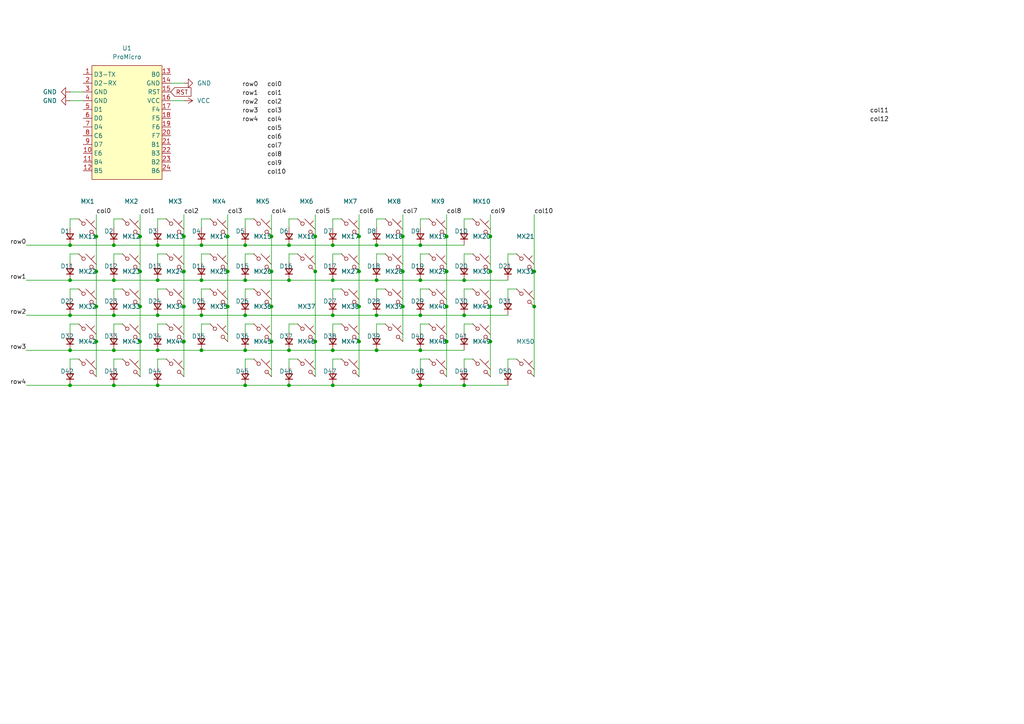
<source format=kicad_sch>
(kicad_sch (version 20231120) (generator "eeschema") (generator_version "8.0")
  (paper "A4")
  (junction (at 104.14 99.06))
  (junction (at 104.14 88.9))
  (junction (at 142.24 88.9))
  (junction (at 71.12 71.12))
  (junction (at 134.62 81.28))
  (junction (at 134.62 111.76))
  (junction (at 40.64 99.06))
  (junction (at 109.22 71.12))
  (junction (at 33.02 111.76))
  (junction (at 71.12 101.6))
  (junction (at 142.24 68.58))
  (junction (at 96.52 111.76))
  (junction (at 20.32 101.6))
  (junction (at 91.44 68.58))
  (junction (at 27.94 88.9))
  (junction (at 40.64 78.74))
  (junction (at 58.42 71.12))
  (junction (at 66.04 68.58))
  (junction (at 45.72 91.44))
  (junction (at 129.54 88.9))
  (junction (at 58.42 101.6))
  (junction (at 27.94 68.58))
  (junction (at 129.54 78.74))
  (junction (at 33.02 91.44))
  (junction (at 129.54 99.06))
  (junction (at 109.22 101.6))
  (junction (at 154.94 78.74))
  (junction (at 83.82 111.76))
  (junction (at 83.82 71.12))
  (junction (at 20.32 71.12))
  (junction (at 33.02 101.6))
  (junction (at 142.24 78.74))
  (junction (at 45.72 71.12))
  (junction (at 104.14 78.74))
  (junction (at 121.92 91.44))
  (junction (at 134.62 91.44))
  (junction (at 45.72 101.6))
  (junction (at 27.94 78.74))
  (junction (at 78.74 88.9))
  (junction (at 121.92 71.12))
  (junction (at 58.42 91.44))
  (junction (at 71.12 111.76))
  (junction (at 116.84 68.58))
  (junction (at 121.92 111.76))
  (junction (at 78.74 78.74))
  (junction (at 78.74 68.58))
  (junction (at 45.72 81.28))
  (junction (at 96.52 81.28))
  (junction (at 142.24 99.06))
  (junction (at 91.44 78.74))
  (junction (at 53.34 88.9))
  (junction (at 53.34 78.74))
  (junction (at 45.72 111.76))
  (junction (at 109.22 91.44))
  (junction (at 27.94 99.06))
  (junction (at 104.14 68.58))
  (junction (at 96.52 71.12))
  (junction (at 96.52 101.6))
  (junction (at 116.84 88.9))
  (junction (at 40.64 68.58))
  (junction (at 96.52 91.44))
  (junction (at 154.94 88.9))
  (junction (at 53.34 68.58))
  (junction (at 20.32 81.28))
  (junction (at 20.32 111.76))
  (junction (at 121.92 101.6))
  (junction (at 53.34 99.06))
  (junction (at 66.04 78.74))
  (junction (at 91.44 99.06))
  (junction (at 71.12 91.44))
  (junction (at 20.32 91.44))
  (junction (at 58.42 81.28))
  (junction (at 71.12 81.28))
  (junction (at 129.54 68.58))
  (junction (at 116.84 78.74))
  (junction (at 33.02 71.12))
  (junction (at 66.04 88.9))
  (junction (at 109.22 81.28))
  (junction (at 83.82 81.28))
  (junction (at 121.92 81.28))
  (junction (at 40.64 88.9))
  (junction (at 83.82 101.6))
  (junction (at 33.02 81.28))
  (junction (at 78.74 99.06))
  (wire (pts (xy 20.32 86.36) (xy 20.32 83.82)))
  (wire (pts (xy 33.02 71.12) (xy 45.72 71.12)))
  (wire (pts (xy 147.32 86.36) (xy 147.32 83.82)))
  (wire (pts (xy 20.32 63.5) (xy 22.86 63.5)))
  (wire (pts (xy 134.62 63.5) (xy 137.16 63.5)))
  (wire (pts (xy 71.12 66.04) (xy 71.12 63.5)))
  (wire (pts (xy 45.72 66.04) (xy 45.72 63.5)))
  (wire (pts (xy 71.12 86.36) (xy 71.12 83.82)))
  (wire (pts (xy 45.72 83.82) (xy 48.26 83.82)))
  (wire (pts (xy 7.62 71.12) (xy 20.32 71.12)))
  (wire (pts (xy 134.62 104.14) (xy 137.16 104.14)))
  (wire (pts (xy 96.52 111.76) (xy 121.92 111.76)))
  (wire (pts (xy 40.64 99.06) (xy 40.64 109.22)))
  (wire (pts (xy 96.52 91.44) (xy 109.22 91.44)))
  (wire (pts (xy 96.52 101.6) (xy 109.22 101.6)))
  (wire (pts (xy 147.32 83.82) (xy 149.86 83.82)))
  (wire (pts (xy 121.92 66.04) (xy 121.92 63.5)))
  (wire (pts (xy 96.52 104.14) (xy 99.06 104.14)))
  (wire (pts (xy 147.32 76.2) (xy 147.32 73.66)))
  (wire (pts (xy 7.62 81.28) (xy 20.32 81.28)))
  (wire (pts (xy 33.02 91.44) (xy 45.72 91.44)))
  (wire (pts (xy 58.42 73.66) (xy 60.96 73.66)))
  (wire (pts (xy 20.32 71.12) (xy 33.02 71.12)))
  (wire (pts (xy 78.74 88.9) (xy 78.74 99.06)))
  (wire (pts (xy 27.94 68.58) (xy 27.94 78.74)))
  (wire (pts (xy 121.92 111.76) (xy 134.62 111.76)))
  (wire (pts (xy 20.32 104.14) (xy 22.86 104.14)))
  (wire (pts (xy 96.52 86.36) (xy 96.52 83.82)))
  (wire (pts (xy 33.02 83.82) (xy 35.56 83.82)))
  (wire (pts (xy 83.82 101.6) (xy 96.52 101.6)))
  (wire (pts (xy 58.42 76.2) (xy 58.42 73.66)))
  (wire (pts (xy 129.54 68.58) (xy 129.54 78.74)))
  (wire (pts (xy 58.42 93.98) (xy 60.96 93.98)))
  (wire (pts (xy 104.14 78.74) (xy 104.14 88.9)))
  (wire (pts (xy 71.12 81.28) (xy 83.82 81.28)))
  (wire (pts (xy 58.42 86.36) (xy 58.42 83.82)))
  (wire (pts (xy 45.72 106.68) (xy 45.72 104.14)))
  (wire (pts (xy 109.22 73.66) (xy 111.76 73.66)))
  (wire (pts (xy 33.02 81.28) (xy 45.72 81.28)))
  (wire (pts (xy 96.52 96.52) (xy 96.52 93.98)))
  (wire (pts (xy 109.22 91.44) (xy 121.92 91.44)))
  (wire (pts (xy 45.72 96.52) (xy 45.72 93.98)))
  (wire (pts (xy 142.24 68.58) (xy 142.24 78.74)))
  (wire (pts (xy 147.32 104.14) (xy 149.86 104.14)))
  (wire (pts (xy 58.42 63.5) (xy 60.96 63.5)))
  (wire (pts (xy 71.12 76.2) (xy 71.12 73.66)))
  (wire (pts (xy 109.22 71.12) (xy 121.92 71.12)))
  (wire (pts (xy 142.24 62.23) (xy 142.24 68.58)))
  (wire (pts (xy 53.34 78.74) (xy 53.34 88.9)))
  (wire (pts (xy 58.42 66.04) (xy 58.42 63.5)))
  (wire (pts (xy 45.72 111.76) (xy 71.12 111.76)))
  (wire (pts (xy 96.52 106.68) (xy 96.52 104.14)))
  (wire (pts (xy 45.72 93.98) (xy 48.26 93.98)))
  (wire (pts (xy 121.92 71.12) (xy 134.62 71.12)))
  (wire (pts (xy 40.64 78.74) (xy 40.64 88.9)))
  (wire (pts (xy 49.53 29.21) (xy 53.34 29.21)))
  (wire (pts (xy 134.62 81.28) (xy 147.32 81.28)))
  (wire (pts (xy 40.64 68.58) (xy 40.64 78.74)))
  (wire (pts (xy 96.52 63.5) (xy 99.06 63.5)))
  (wire (pts (xy 66.04 62.23) (xy 66.04 68.58)))
  (wire (pts (xy 134.62 111.76) (xy 147.32 111.76)))
  (wire (pts (xy 45.72 86.36) (xy 45.72 83.82)))
  (wire (pts (xy 33.02 86.36) (xy 33.02 83.82)))
  (wire (pts (xy 104.14 62.23) (xy 104.14 68.58)))
  (wire (pts (xy 27.94 88.9) (xy 27.94 99.06)))
  (wire (pts (xy 121.92 93.98) (xy 124.46 93.98)))
  (wire (pts (xy 121.92 96.52) (xy 121.92 93.98)))
  (wire (pts (xy 83.82 76.2) (xy 83.82 73.66)))
  (wire (pts (xy 45.72 73.66) (xy 48.26 73.66)))
  (wire (pts (xy 7.62 101.6) (xy 20.32 101.6)))
  (wire (pts (xy 20.32 83.82) (xy 22.86 83.82)))
  (wire (pts (xy 20.32 111.76) (xy 33.02 111.76)))
  (wire (pts (xy 33.02 63.5) (xy 35.56 63.5)))
  (wire (pts (xy 7.62 111.76) (xy 20.32 111.76)))
  (wire (pts (xy 129.54 88.9) (xy 129.54 99.06)))
  (wire (pts (xy 96.52 71.12) (xy 109.22 71.12)))
  (wire (pts (xy 154.94 62.23) (xy 154.94 78.74)))
  (wire (pts (xy 83.82 73.66) (xy 86.36 73.66)))
  (wire (pts (xy 96.52 73.66) (xy 99.06 73.66)))
  (wire (pts (xy 116.84 68.58) (xy 116.84 78.74)))
  (wire (pts (xy 96.52 81.28) (xy 109.22 81.28)))
  (wire (pts (xy 121.92 81.28) (xy 134.62 81.28)))
  (wire (pts (xy 134.62 76.2) (xy 134.62 73.66)))
  (wire (pts (xy 121.92 83.82) (xy 124.46 83.82)))
  (wire (pts (xy 134.62 83.82) (xy 137.16 83.82)))
  (wire (pts (xy 96.52 76.2) (xy 96.52 73.66)))
  (wire (pts (xy 27.94 99.06) (xy 27.94 109.22)))
  (wire (pts (xy 71.12 83.82) (xy 73.66 83.82)))
  (wire (pts (xy 121.92 91.44) (xy 134.62 91.44)))
  (wire (pts (xy 147.32 73.66) (xy 149.86 73.66)))
  (wire (pts (xy 121.92 101.6) (xy 134.62 101.6)))
  (wire (pts (xy 96.52 93.98) (xy 99.06 93.98)))
  (wire (pts (xy 134.62 106.68) (xy 134.62 104.14)))
  (wire (pts (xy 104.14 68.58) (xy 104.14 78.74)))
  (wire (pts (xy 58.42 101.6) (xy 71.12 101.6)))
  (wire (pts (xy 58.42 96.52) (xy 58.42 93.98)))
  (wire (pts (xy 45.72 91.44) (xy 58.42 91.44)))
  (wire (pts (xy 109.22 66.04) (xy 109.22 63.5)))
  (wire (pts (xy 91.44 62.23) (xy 91.44 68.58)))
  (wire (pts (xy 78.74 78.74) (xy 78.74 88.9)))
  (wire (pts (xy 49.53 24.13) (xy 53.34 24.13)))
  (wire (pts (xy 20.32 73.66) (xy 22.86 73.66)))
  (wire (pts (xy 27.94 62.23) (xy 27.94 68.58)))
  (wire (pts (xy 45.72 81.28) (xy 58.42 81.28)))
  (wire (pts (xy 71.12 111.76) (xy 83.82 111.76)))
  (wire (pts (xy 53.34 68.58) (xy 53.34 78.74)))
  (wire (pts (xy 33.02 106.68) (xy 33.02 104.14)))
  (wire (pts (xy 121.92 106.68) (xy 121.92 104.14)))
  (wire (pts (xy 104.14 88.9) (xy 104.14 99.06)))
  (wire (pts (xy 121.92 104.14) (xy 124.46 104.14)))
  (wire (pts (xy 45.72 104.14) (xy 48.26 104.14)))
  (wire (pts (xy 134.62 66.04) (xy 134.62 63.5)))
  (wire (pts (xy 71.12 63.5) (xy 73.66 63.5)))
  (wire (pts (xy 83.82 66.04) (xy 83.82 63.5)))
  (wire (pts (xy 83.82 106.68) (xy 83.82 104.14)))
  (wire (pts (xy 33.02 76.2) (xy 33.02 73.66)))
  (wire (pts (xy 20.32 26.67) (xy 24.13 26.67)))
  (wire (pts (xy 33.02 104.14) (xy 35.56 104.14)))
  (wire (pts (xy 33.02 73.66) (xy 35.56 73.66)))
  (wire (pts (xy 20.32 76.2) (xy 20.32 73.66)))
  (wire (pts (xy 20.32 66.04) (xy 20.32 63.5)))
  (wire (pts (xy 83.82 63.5) (xy 86.36 63.5)))
  (wire (pts (xy 83.82 104.14) (xy 86.36 104.14)))
  (wire (pts (xy 83.82 81.28) (xy 96.52 81.28)))
  (wire (pts (xy 58.42 71.12) (xy 71.12 71.12)))
  (wire (pts (xy 71.12 101.6) (xy 83.82 101.6)))
  (wire (pts (xy 53.34 88.9) (xy 53.34 99.06)))
  (wire (pts (xy 116.84 62.23) (xy 116.84 68.58)))
  (wire (pts (xy 40.64 88.9) (xy 40.64 99.06)))
  (wire (pts (xy 83.82 96.52) (xy 83.82 93.98)))
  (wire (pts (xy 71.12 71.12) (xy 83.82 71.12)))
  (wire (pts (xy 134.62 96.52) (xy 134.62 93.98)))
  (wire (pts (xy 91.44 68.58) (xy 91.44 78.74)))
  (wire (pts (xy 121.92 73.66) (xy 124.46 73.66)))
  (wire (pts (xy 71.12 104.14) (xy 73.66 104.14)))
  (wire (pts (xy 58.42 83.82) (xy 60.96 83.82)))
  (wire (pts (xy 121.92 76.2) (xy 121.92 73.66)))
  (wire (pts (xy 104.14 99.06) (xy 104.14 109.22)))
  (wire (pts (xy 142.24 99.06) (xy 142.24 109.22)))
  (wire (pts (xy 109.22 93.98) (xy 111.76 93.98)))
  (wire (pts (xy 121.92 86.36) (xy 121.92 83.82)))
  (wire (pts (xy 109.22 81.28) (xy 121.92 81.28)))
  (wire (pts (xy 129.54 62.23) (xy 129.54 68.58)))
  (wire (pts (xy 66.04 78.74) (xy 66.04 88.9)))
  (wire (pts (xy 20.32 81.28) (xy 33.02 81.28)))
  (wire (pts (xy 33.02 66.04) (xy 33.02 63.5)))
  (wire (pts (xy 109.22 101.6) (xy 121.92 101.6)))
  (wire (pts (xy 83.82 71.12) (xy 96.52 71.12)))
  (wire (pts (xy 134.62 91.44) (xy 147.32 91.44)))
  (wire (pts (xy 78.74 99.06) (xy 78.74 109.22)))
  (wire (pts (xy 33.02 93.98) (xy 35.56 93.98)))
  (wire (pts (xy 33.02 101.6) (xy 45.72 101.6)))
  (wire (pts (xy 53.34 99.06) (xy 53.34 109.22)))
  (wire (pts (xy 71.12 96.52) (xy 71.12 93.98)))
  (wire (pts (xy 109.22 86.36) (xy 109.22 83.82)))
  (wire (pts (xy 7.62 91.44) (xy 20.32 91.44)))
  (wire (pts (xy 40.64 62.23) (xy 40.64 68.58)))
  (wire (pts (xy 83.82 111.76) (xy 96.52 111.76)))
  (wire (pts (xy 71.12 73.66) (xy 73.66 73.66)))
  (wire (pts (xy 154.94 88.9) (xy 154.94 109.22)))
  (wire (pts (xy 121.92 63.5) (xy 124.46 63.5)))
  (wire (pts (xy 71.12 91.44) (xy 96.52 91.44)))
  (wire (pts (xy 96.52 83.82) (xy 99.06 83.82)))
  (wire (pts (xy 142.24 88.9) (xy 142.24 99.06)))
  (wire (pts (xy 71.12 106.68) (xy 71.12 104.14)))
  (wire (pts (xy 45.72 71.12) (xy 58.42 71.12)))
  (wire (pts (xy 20.32 29.21) (xy 24.13 29.21)))
  (wire (pts (xy 147.32 106.68) (xy 147.32 104.14)))
  (wire (pts (xy 66.04 88.9) (xy 66.04 99.06)))
  (wire (pts (xy 45.72 63.5) (xy 48.26 63.5)))
  (wire (pts (xy 109.22 96.52) (xy 109.22 93.98)))
  (wire (pts (xy 33.02 111.76) (xy 45.72 111.76)))
  (wire (pts (xy 129.54 78.74) (xy 129.54 88.9)))
  (wire (pts (xy 83.82 93.98) (xy 86.36 93.98)))
  (wire (pts (xy 20.32 106.68) (xy 20.32 104.14)))
  (wire (pts (xy 116.84 78.74) (xy 116.84 88.9)))
  (wire (pts (xy 91.44 99.06) (xy 91.44 109.22)))
  (wire (pts (xy 109.22 83.82) (xy 111.76 83.82)))
  (wire (pts (xy 134.62 73.66) (xy 137.16 73.66)))
  (wire (pts (xy 129.54 99.06) (xy 129.54 109.22)))
  (wire (pts (xy 20.32 96.52) (xy 20.32 93.98)))
  (wire (pts (xy 66.04 68.58) (xy 66.04 78.74)))
  (wire (pts (xy 134.62 86.36) (xy 134.62 83.82)))
  (wire (pts (xy 58.42 91.44) (xy 71.12 91.44)))
  (wire (pts (xy 45.72 101.6) (xy 58.42 101.6)))
  (wire (pts (xy 20.32 101.6) (xy 33.02 101.6)))
  (wire (pts (xy 71.12 93.98) (xy 73.66 93.98)))
  (wire (pts (xy 154.94 78.74) (xy 154.94 88.9)))
  (wire (pts (xy 116.84 88.9) (xy 116.84 99.06)))
  (wire (pts (xy 78.74 68.58) (xy 78.74 78.74)))
  (wire (pts (xy 33.02 96.52) (xy 33.02 93.98)))
  (wire (pts (xy 78.74 62.23) (xy 78.74 68.58)))
  (wire (pts (xy 91.44 78.74) (xy 91.44 99.06)))
  (wire (pts (xy 96.52 66.04) (xy 96.52 63.5)))
  (wire (pts (xy 20.32 91.44) (xy 33.02 91.44)))
  (wire (pts (xy 109.22 63.5) (xy 111.76 63.5)))
  (wire (pts (xy 20.32 93.98) (xy 22.86 93.98)))
  (wire (pts (xy 142.24 78.74) (xy 142.24 88.9)))
  (wire (pts (xy 134.62 93.98) (xy 137.16 93.98)))
  (wire (pts (xy 45.72 76.2) (xy 45.72 73.66)))
  (wire (pts (xy 109.22 76.2) (xy 109.22 73.66)))
  (wire (pts (xy 53.34 62.23) (xy 53.34 68.58)))
  (wire (pts (xy 27.94 78.74) (xy 27.94 88.9)))
  (wire (pts (xy 58.42 81.28) (xy 71.12 81.28)))
  (label "col4" (at 78.74 62.23 0))
  (label "col5" (at 91.44 62.23 0))
  (label "col5" (at 77.47 38.1 0))
  (label "row4" (at 7.62 111.76 180))
  (label "col1" (at 40.64 62.23 0))
  (label "row1" (at 74.93 27.94 180))
  (label "row0" (at 74.93 25.4 180))
  (label "row1" (at 7.62 81.28 180))
  (label "col6" (at 104.14 62.23 0))
  (label "col7" (at 77.47 43.18 0))
  (label "row3" (at 74.93 33.02 180))
  (label "col2" (at 77.47 30.48 0))
  (label "col1" (at 77.47 27.94 0))
  (label "col7" (at 116.84 62.23 0))
  (label "col12" (at 257.81 35.56 180))
  (label "col6" (at 77.47 40.64 0))
  (label "row3" (at 7.62 101.6 180))
  (label "row0" (at 7.62 71.12 180))
  (label "row2" (at 74.93 30.48 180))
  (label "row2" (at 7.62 91.44 180))
  (label "col9" (at 142.24 62.23 0))
  (label "col4" (at 77.47 35.56 0))
  (label "col9" (at 77.47 48.26 0))
  (label "col0" (at 77.47 25.4 0))
  (label "col0" (at 27.94 62.23 0))
  (label "col8" (at 129.54 62.23 0))
  (label "col8" (at 77.47 45.72 0))
  (label "col3" (at 77.47 33.02 0))
  (label "col11" (at 257.81 33.02 180))
  (label "col10" (at 154.94 62.23 0))
  (label "col3" (at 66.04 62.23 0))
  (label "col10" (at 77.47 50.8 0))
  (label "col2" (at 53.34 62.23 0))
  (label "row4" (at 74.93 35.56 180))
  (global_label "RST" (shape input) (at 49.53 26.67 0) (property "Intersheetrefs" "${INTERSHEET_REFS}" (effects (hide yes))))
  (symbol (lib_id "marbastlib-mx:MX_SW_HS_CPG151101S11") (at 50.8 96.52 0) (unit 1)
    (property "Reference" "MX34" (at 50.8 88.9 0))
    (property "Value" "MX_SW_HS" (effects (hide yes)))
    (property "Footprint" "marbastlib-mx:SW_MX_HS_CPG151101S11_1u" (effects (hide yes)))
    (property "Description" "Push button switch, normally open, two pins, 45° tilted, Kailh CPG151101S11 for Cherry MX style switches" (effects (hide yes)))
  )
  (symbol (lib_id "Device:D_Small") (at 147.32 109.22 90) (unit 1)
    (property "Reference" "D50" (at 144.526 107.696 90) (effects (justify right)))
    (property "Value" "D_Small" (effects (hide yes)))
    (property "Footprint" "Diode_SMD:D_SOD-123" (effects (hide yes)))
    (property "Description" "Diode, small symbol" (effects (hide yes)))
    (property "Sim.Device" "D" (effects (hide yes)))
    (property "Sim.Pins" "1=K 2=A" (effects (hide yes)))
  )
  (symbol (lib_id "Device:D_Small") (at 134.62 99.06 90) (unit 1)
    (property "Reference" "D41" (at 131.826 97.536 90) (effects (justify right)))
    (property "Value" "D_Small" (effects (hide yes)))
    (property "Footprint" "Diode_SMD:D_SOD-123" (effects (hide yes)))
    (property "Description" "Diode, small symbol" (effects (hide yes)))
    (property "Sim.Device" "D" (effects (hide yes)))
    (property "Sim.Pins" "1=K 2=A" (effects (hide yes)))
  )
  (symbol (lib_id "Device:D_Small") (at 121.92 99.06 90) (unit 1)
    (property "Reference" "D40" (at 119.126 97.536 90) (effects (justify right)))
    (property "Value" "D_Small" (effects (hide yes)))
    (property "Footprint" "Diode_SMD:D_SOD-123" (effects (hide yes)))
    (property "Description" "Diode, small symbol" (effects (hide yes)))
    (property "Sim.Device" "D" (effects (hide yes)))
    (property "Sim.Pins" "1=K 2=A" (effects (hide yes)))
  )
  (symbol (lib_id "Device:D_Small") (at 45.72 78.74 90) (unit 1)
    (property "Reference" "D13" (at 42.926 77.216 90) (effects (justify right)))
    (property "Value" "D_Small" (effects (hide yes)))
    (property "Footprint" "Diode_SMD:D_SOD-123" (effects (hide yes)))
    (property "Description" "Diode, small symbol" (effects (hide yes)))
    (property "Sim.Device" "D" (effects (hide yes)))
    (property "Sim.Pins" "1=K 2=A" (effects (hide yes)))
  )
  (symbol (lib_id "marbastlib-mx:MX_SW_HS_CPG151101S11") (at 127 76.2 0) (unit 1)
    (property "Reference" "MX19" (at 127 68.58 0))
    (property "Value" "MX_SW_HS" (effects (hide yes)))
    (property "Footprint" "marbastlib-mx:SW_MX_HS_CPG151101S11_1u" (effects (hide yes)))
    (property "Description" "Push button switch, normally open, two pins, 45° tilted, Kailh CPG151101S11 for Cherry MX style switches" (effects (hide yes)))
  )
  (symbol (lib_id "marbastlib-mx:MX_SW_HS_CPG151101S11") (at 76.2 66.04 0) (unit 1)
    (property "Reference" "MX5" (at 76.2 58.42 0))
    (property "Value" "MX_SW_HS" (effects (hide yes)))
    (property "Footprint" "marbastlib-mx:SW_MX_HS_CPG151101S11_1u" (effects (hide yes)))
    (property "Description" "Push button switch, normally open, two pins, 45° tilted, Kailh CPG151101S11 for Cherry MX style switches" (effects (hide yes)))
  )
  (symbol (lib_id "marbastlib-mx:MX_SW_HS_CPG151101S11") (at 50.8 76.2 0) (unit 1)
    (property "Reference" "MX13" (at 50.8 68.58 0))
    (property "Value" "MX_SW_HS" (effects (hide yes)))
    (property "Footprint" "marbastlib-mx:SW_MX_HS_CPG151101S11_1u" (effects (hide yes)))
    (property "Description" "Push button switch, normally open, two pins, 45° tilted, Kailh CPG151101S11 for Cherry MX style switches" (effects (hide yes)))
  )
  (symbol (lib_id "marbastlib-mx:MX_SW_HS_CPG151101S11") (at 25.4 76.2 0) (unit 1)
    (property "Reference" "MX11" (at 25.4 68.58 0))
    (property "Value" "MX_SW_HS" (effects (hide yes)))
    (property "Footprint" "marbastlib-mx:SW_MX_HS_CPG151101S11_1u" (effects (hide yes)))
    (property "Description" "Push button switch, normally open, two pins, 45° tilted, Kailh CPG151101S11 for Cherry MX style switches" (effects (hide yes)))
  )
  (symbol (lib_id "Device:D_Small") (at 45.72 109.22 90) (unit 1)
    (property "Reference" "D44" (at 42.926 107.696 90) (effects (justify right)))
    (property "Value" "D_Small" (effects (hide yes)))
    (property "Footprint" "Diode_SMD:D_SOD-123" (effects (hide yes)))
    (property "Description" "Diode, small symbol" (effects (hide yes)))
    (property "Sim.Device" "D" (effects (hide yes)))
    (property "Sim.Pins" "1=K 2=A" (effects (hide yes)))
  )
  (symbol (lib_id "marbastlib-mx:MX_SW_HS_CPG151101S11") (at 25.4 106.68 0) (unit 1)
    (property "Reference" "MX42" (at 25.4 99.06 0))
    (property "Value" "MX_SW_HS" (effects (hide yes)))
    (property "Footprint" "marbastlib-mx:SW_MX_HS_CPG151101S11_1u" (effects (hide yes)))
    (property "Description" "Push button switch, normally open, two pins, 45° tilted, Kailh CPG151101S11 for Cherry MX style switches" (effects (hide yes)))
  )
  (symbol (lib_id "marbastlib-mx:MX_SW_HS_CPG151101S11") (at 88.9 66.04 0) (unit 1)
    (property "Reference" "MX6" (at 88.9 58.42 0))
    (property "Value" "MX_SW_HS" (effects (hide yes)))
    (property "Footprint" "marbastlib-mx:SW_MX_HS_CPG151101S11_1u" (effects (hide yes)))
    (property "Description" "Push button switch, normally open, two pins, 45° tilted, Kailh CPG151101S11 for Cherry MX style switches" (effects (hide yes)))
  )
  (symbol (lib_id "Device:D_Small") (at 121.92 78.74 90) (unit 1)
    (property "Reference" "D19" (at 119.126 77.216 90) (effects (justify right)))
    (property "Value" "D_Small" (effects (hide yes)))
    (property "Footprint" "Diode_SMD:D_SOD-123" (effects (hide yes)))
    (property "Description" "Diode, small symbol" (effects (hide yes)))
    (property "Sim.Device" "D" (effects (hide yes)))
    (property "Sim.Pins" "1=K 2=A" (effects (hide yes)))
  )
  (symbol (lib_id "Device:D_Small") (at 109.22 78.74 90) (unit 1)
    (property "Reference" "D18" (at 106.426 77.216 90) (effects (justify right)))
    (property "Value" "D_Small" (effects (hide yes)))
    (property "Footprint" "Diode_SMD:D_SOD-123" (effects (hide yes)))
    (property "Description" "Diode, small symbol" (effects (hide yes)))
    (property "Sim.Device" "D" (effects (hide yes)))
    (property "Sim.Pins" "1=K 2=A" (effects (hide yes)))
  )
  (symbol (lib_id "marbastlib-mx:MX_SW_HS_CPG151101S11") (at 139.7 66.04 0) (unit 1)
    (property "Reference" "MX10" (at 139.7 58.42 0))
    (property "Value" "MX_SW_HS" (effects (hide yes)))
    (property "Footprint" "marbastlib-mx:SW_MX_HS_CPG151101S11_1u" (effects (hide yes)))
    (property "Description" "Push button switch, normally open, two pins, 45° tilted, Kailh CPG151101S11 for Cherry MX style switches" (effects (hide yes)))
  )
  (symbol (lib_id "power:GND") (at 20.32 29.21 270) (unit 1)
    (property "Reference" "#PWR03" (effects (hide yes)))
    (property "Value" "GND" (at 16.51 29.2099 90) (effects (justify right)))
    (property "Description" "Power symbol creates a global label with name \"GND\" , ground" (effects (hide yes)))
  )
  (symbol (lib_id "marbastlib-mx:MX_SW_HS_CPG151101S11") (at 127 96.52 0) (unit 1)
    (property "Reference" "MX40" (at 127 88.9 0))
    (property "Value" "MX_SW_HS" (effects (hide yes)))
    (property "Footprint" "marbastlib-mx:SW_MX_HS_CPG151101S11_1u" (effects (hide yes)))
    (property "Description" "Push button switch, normally open, two pins, 45° tilted, Kailh CPG151101S11 for Cherry MX style switches" (effects (hide yes)))
  )
  (symbol (lib_id "Device:D_Small") (at 20.32 78.74 90) (unit 1)
    (property "Reference" "D11" (at 17.526 77.216 90) (effects (justify right)))
    (property "Value" "D_Small" (effects (hide yes)))
    (property "Footprint" "Diode_SMD:D_SOD-123" (effects (hide yes)))
    (property "Description" "Diode, small symbol" (effects (hide yes)))
    (property "Sim.Device" "D" (effects (hide yes)))
    (property "Sim.Pins" "1=K 2=A" (effects (hide yes)))
  )
  (symbol (lib_id "marbastlib-mx:MX_SW_HS_CPG151101S11") (at 139.7 86.36 0) (unit 1)
    (property "Reference" "MX30" (at 139.7 78.74 0))
    (property "Value" "MX_SW_HS" (effects (hide yes)))
    (property "Footprint" "marbastlib-mx:SW_MX_HS_CPG151101S11_1u" (effects (hide yes)))
    (property "Description" "Push button switch, normally open, two pins, 45° tilted, Kailh CPG151101S11 for Cherry MX style switches" (effects (hide yes)))
  )
  (symbol (lib_id "Device:D_Small") (at 134.62 78.74 90) (unit 1)
    (property "Reference" "D20" (at 131.826 77.216 90) (effects (justify right)))
    (property "Value" "D_Small" (effects (hide yes)))
    (property "Footprint" "Diode_SMD:D_SOD-123" (effects (hide yes)))
    (property "Description" "Diode, small symbol" (effects (hide yes)))
    (property "Sim.Device" "D" (effects (hide yes)))
    (property "Sim.Pins" "1=K 2=A" (effects (hide yes)))
  )
  (symbol (lib_id "Device:D_Small") (at 71.12 68.58 90) (unit 1)
    (property "Reference" "D5" (at 68.326 67.056 90) (effects (justify right)))
    (property "Value" "D_Small" (effects (hide yes)))
    (property "Footprint" "Diode_SMD:D_SOD-123" (effects (hide yes)))
    (property "Description" "Diode, small symbol" (effects (hide yes)))
    (property "Sim.Device" "D" (effects (hide yes)))
    (property "Sim.Pins" "1=K 2=A" (effects (hide yes)))
  )
  (symbol (lib_id "marbastlib-mx:MX_SW_HS_CPG151101S11") (at 50.8 106.68 0) (unit 1)
    (property "Reference" "MX44" (at 50.8 99.06 0))
    (property "Value" "MX_SW_HS" (effects (hide yes)))
    (property "Footprint" "marbastlib-mx:SW_MX_HS_CPG151101S11_1u" (effects (hide yes)))
    (property "Description" "Push button switch, normally open, two pins, 45° tilted, Kailh CPG151101S11 for Cherry MX style switches" (effects (hide yes)))
  )
  (symbol (lib_id "marbastlib-mx:MX_SW_HS_CPG151101S11") (at 114.3 96.52 0) (unit 1)
    (property "Reference" "MX39" (at 114.3 88.9 0))
    (property "Value" "MX_SW_HS" (effects (hide yes)))
    (property "Footprint" "marbastlib-mx:SW_MX_HS_CPG151101S11_1u" (effects (hide yes)))
    (property "Description" "Push button switch, normally open, two pins, 45° tilted, Kailh CPG151101S11 for Cherry MX style switches" (effects (hide yes)))
  )
  (symbol (lib_id "Device:D_Small") (at 58.42 68.58 90) (unit 1)
    (property "Reference" "D4" (at 55.626 67.056 90) (effects (justify right)))
    (property "Value" "D_Small" (effects (hide yes)))
    (property "Footprint" "Diode_SMD:D_SOD-123" (effects (hide yes)))
    (property "Description" "Diode, small symbol" (effects (hide yes)))
    (property "Sim.Device" "D" (effects (hide yes)))
    (property "Sim.Pins" "1=K 2=A" (effects (hide yes)))
  )
  (symbol (lib_id "Device:D_Small") (at 83.82 99.06 90) (unit 1)
    (property "Reference" "D37" (at 81.026 97.536 90) (effects (justify right)))
    (property "Value" "D_Small" (effects (hide yes)))
    (property "Footprint" "Diode_SMD:D_SOD-123" (effects (hide yes)))
    (property "Description" "Diode, small symbol" (effects (hide yes)))
    (property "Sim.Device" "D" (effects (hide yes)))
    (property "Sim.Pins" "1=K 2=A" (effects (hide yes)))
  )
  (symbol (lib_id "Device:D_Small") (at 45.72 99.06 90) (unit 1)
    (property "Reference" "D34" (at 42.926 97.536 90) (effects (justify right)))
    (property "Value" "D_Small" (effects (hide yes)))
    (property "Footprint" "Diode_SMD:D_SOD-123" (effects (hide yes)))
    (property "Description" "Diode, small symbol" (effects (hide yes)))
    (property "Sim.Device" "D" (effects (hide yes)))
    (property "Sim.Pins" "1=K 2=A" (effects (hide yes)))
  )
  (symbol (lib_id "marbastlib-mx:MX_SW_HS_CPG151101S11") (at 101.6 86.36 0) (unit 1)
    (property "Reference" "MX27" (at 101.6 78.74 0))
    (property "Value" "MX_SW_HS" (effects (hide yes)))
    (property "Footprint" "marbastlib-mx:SW_MX_HS_CPG151101S11_1u" (effects (hide yes)))
    (property "Description" "Push button switch, normally open, two pins, 45° tilted, Kailh CPG151101S11 for Cherry MX style switches" (effects (hide yes)))
  )
  (symbol (lib_id "marbastlib-mx:MX_SW_HS_CPG151101S11") (at 76.2 86.36 0) (unit 1)
    (property "Reference" "MX26" (at 76.2 78.74 0))
    (property "Value" "MX_SW_HS" (effects (hide yes)))
    (property "Footprint" "marbastlib-mx:SW_MX_HS_CPG151101S11_1u" (effects (hide yes)))
    (property "Description" "Push button switch, normally open, two pins, 45° tilted, Kailh CPG151101S11 for Cherry MX style switches" (effects (hide yes)))
  )
  (symbol (lib_id "marbastlib-mx:MX_SW_HS_CPG151101S11") (at 63.5 86.36 0) (unit 1)
    (property "Reference" "MX25" (at 63.5 78.74 0))
    (property "Value" "MX_SW_HS" (effects (hide yes)))
    (property "Footprint" "marbastlib-mx:SW_MX_HS_CPG151101S11_1u" (effects (hide yes)))
    (property "Description" "Push button switch, normally open, two pins, 45° tilted, Kailh CPG151101S11 for Cherry MX style switches" (effects (hide yes)))
  )
  (symbol (lib_id "marbastlib-mx:MX_SW_HS_CPG151101S11") (at 139.7 76.2 0) (unit 1)
    (property "Reference" "MX20" (at 139.7 68.58 0))
    (property "Value" "MX_SW_HS" (effects (hide yes)))
    (property "Footprint" "marbastlib-mx:SW_MX_HS_CPG151101S11_1u" (effects (hide yes)))
    (property "Description" "Push button switch, normally open, two pins, 45° tilted, Kailh CPG151101S11 for Cherry MX style switches" (effects (hide yes)))
  )
  (symbol (lib_id "Device:D_Small") (at 71.12 88.9 90) (unit 1)
    (property "Reference" "D26" (at 68.326 87.376 90) (effects (justify right)))
    (property "Value" "D_Small" (effects (hide yes)))
    (property "Footprint" "Diode_SMD:D_SOD-123" (effects (hide yes)))
    (property "Description" "Diode, small symbol" (effects (hide yes)))
    (property "Sim.Device" "D" (effects (hide yes)))
    (property "Sim.Pins" "1=K 2=A" (effects (hide yes)))
  )
  (symbol (lib_id "marbastlib-mx:MX_SW_HS_CPG151101S11") (at 38.1 106.68 0) (unit 1)
    (property "Reference" "MX43" (at 38.1 99.06 0))
    (property "Value" "MX_SW_HS" (effects (hide yes)))
    (property "Footprint" "marbastlib-mx:SW_MX_HS_CPG151101S11_1u" (effects (hide yes)))
    (property "Description" "Push button switch, normally open, two pins, 45° tilted, Kailh CPG151101S11 for Cherry MX style switches" (effects (hide yes)))
  )
  (symbol (lib_id "marbastlib-mx:MX_SW_HS_CPG151101S11") (at 152.4 86.36 0) (unit 1)
    (property "Reference" "MX31" (at 152.4 78.74 0))
    (property "Value" "MX_SW_HS" (effects (hide yes)))
    (property "Footprint" "marbastlib-mx:SW_MX_HS_CPG151101S11_1u" (effects (hide yes)))
    (property "Description" "Push button switch, normally open, two pins, 45° tilted, Kailh CPG151101S11 for Cherry MX style switches" (effects (hide yes)))
  )
  (symbol (lib_id "marbastlib-mx:MX_SW_HS_CPG151101S11") (at 25.4 86.36 0) (unit 1)
    (property "Reference" "MX22" (at 25.4 78.74 0))
    (property "Value" "MX_SW_HS" (effects (hide yes)))
    (property "Footprint" "marbastlib-mx:SW_MX_HS_CPG151101S11_1u" (effects (hide yes)))
    (property "Description" "Push button switch, normally open, two pins, 45° tilted, Kailh CPG151101S11 for Cherry MX style switches" (effects (hide yes)))
  )
  (symbol (lib_id "marbastlib-mx:MX_SW_HS_CPG151101S11") (at 152.4 76.2 0) (unit 1)
    (property "Reference" "MX21" (at 152.4 68.58 0))
    (property "Value" "MX_SW_HS" (effects (hide yes)))
    (property "Footprint" "marbastlib-mx:SW_MX_HS_CPG151101S11_1u" (effects (hide yes)))
    (property "Description" "Push button switch, normally open, two pins, 45° tilted, Kailh CPG151101S11 for Cherry MX style switches" (effects (hide yes)))
  )
  (symbol (lib_id "Device:D_Small") (at 45.72 88.9 90) (unit 1)
    (property "Reference" "D24" (at 42.926 87.376 90) (effects (justify right)))
    (property "Value" "D_Small" (effects (hide yes)))
    (property "Footprint" "Diode_SMD:D_SOD-123" (effects (hide yes)))
    (property "Description" "Diode, small symbol" (effects (hide yes)))
    (property "Sim.Device" "D" (effects (hide yes)))
    (property "Sim.Pins" "1=K 2=A" (effects (hide yes)))
  )
  (symbol (lib_id "marbastlib-mx:MX_SW_HS_CPG151101S11") (at 76.2 76.2 0) (unit 1)
    (property "Reference" "MX15" (at 76.2 68.58 0))
    (property "Value" "MX_SW_HS" (effects (hide yes)))
    (property "Footprint" "marbastlib-mx:SW_MX_HS_CPG151101S11_1u" (effects (hide yes)))
    (property "Description" "Push button switch, normally open, two pins, 45° tilted, Kailh CPG151101S11 for Cherry MX style switches" (effects (hide yes)))
  )
  (symbol (lib_id "Device:D_Small") (at 71.12 99.06 90) (unit 1)
    (property "Reference" "D36" (at 68.326 97.536 90) (effects (justify right)))
    (property "Value" "D_Small" (effects (hide yes)))
    (property "Footprint" "Diode_SMD:D_SOD-123" (effects (hide yes)))
    (property "Description" "Diode, small symbol" (effects (hide yes)))
    (property "Sim.Device" "D" (effects (hide yes)))
    (property "Sim.Pins" "1=K 2=A" (effects (hide yes)))
  )
  (symbol (lib_id "Device:D_Small") (at 83.82 68.58 90) (unit 1)
    (property "Reference" "D6" (at 81.026 67.056 90) (effects (justify right)))
    (property "Value" "D_Small" (effects (hide yes)))
    (property "Footprint" "Diode_SMD:D_SOD-123" (effects (hide yes)))
    (property "Description" "Diode, small symbol" (effects (hide yes)))
    (property "Sim.Device" "D" (effects (hide yes)))
    (property "Sim.Pins" "1=K 2=A" (effects (hide yes)))
  )
  (symbol (lib_id "Device:D_Small") (at 33.02 68.58 90) (unit 1)
    (property "Reference" "D2" (at 30.226 67.056 90) (effects (justify right)))
    (property "Value" "D_Small" (effects (hide yes)))
    (property "Footprint" "Diode_SMD:D_SOD-123" (effects (hide yes)))
    (property "Description" "Diode, small symbol" (effects (hide yes)))
    (property "Sim.Device" "D" (effects (hide yes)))
    (property "Sim.Pins" "1=K 2=A" (effects (hide yes)))
  )
  (symbol (lib_id "marbastlib-mx:MX_SW_HS_CPG151101S11") (at 88.9 96.52 0) (unit 1)
    (property "Reference" "MX37" (at 88.9 88.9 0))
    (property "Value" "MX_SW_HS" (effects (hide yes)))
    (property "Footprint" "marbastlib-mx:SW_MX_HS_CPG151101S11_1u" (effects (hide yes)))
    (property "Description" "Push button switch, normally open, two pins, 45° tilted, Kailh CPG151101S11 for Cherry MX style switches" (effects (hide yes)))
  )
  (symbol (lib_id "Device:D_Small") (at 134.62 109.22 90) (unit 1)
    (property "Reference" "D49" (at 131.826 107.696 90) (effects (justify right)))
    (property "Value" "D_Small" (effects (hide yes)))
    (property "Footprint" "Diode_SMD:D_SOD-123" (effects (hide yes)))
    (property "Description" "Diode, small symbol" (effects (hide yes)))
    (property "Sim.Device" "D" (effects (hide yes)))
    (property "Sim.Pins" "1=K 2=A" (effects (hide yes)))
  )
  (symbol (lib_id "marbastlib-mx:MX_SW_HS_CPG151101S11") (at 38.1 76.2 0) (unit 1)
    (property "Reference" "MX12" (at 38.1 68.58 0))
    (property "Value" "MX_SW_HS" (effects (hide yes)))
    (property "Footprint" "marbastlib-mx:SW_MX_HS_CPG151101S11_1u" (effects (hide yes)))
    (property "Description" "Push button switch, normally open, two pins, 45° tilted, Kailh CPG151101S11 for Cherry MX style switches" (effects (hide yes)))
  )
  (symbol (lib_id "Device:D_Small") (at 147.32 78.74 90) (unit 1)
    (property "Reference" "D21" (at 144.526 77.216 90) (effects (justify right)))
    (property "Value" "D_Small" (effects (hide yes)))
    (property "Footprint" "Diode_SMD:D_SOD-123" (effects (hide yes)))
    (property "Description" "Diode, small symbol" (effects (hide yes)))
    (property "Sim.Device" "D" (effects (hide yes)))
    (property "Sim.Pins" "1=K 2=A" (effects (hide yes)))
  )
  (symbol (lib_id "marbastlib-mx:MX_SW_HS_CPG151101S11") (at 38.1 66.04 0) (unit 1)
    (property "Reference" "MX2" (at 38.1 58.42 0))
    (property "Value" "MX_SW_HS" (effects (hide yes)))
    (property "Footprint" "marbastlib-mx:SW_MX_HS_CPG151101S11_1u" (effects (hide yes)))
    (property "Description" "Push button switch, normally open, two pins, 45° tilted, Kailh CPG151101S11 for Cherry MX style switches" (effects (hide yes)))
  )
  (symbol (lib_id "Device:D_Small") (at 83.82 109.22 90) (unit 1)
    (property "Reference" "D46" (at 81.026 107.696 90) (effects (justify right)))
    (property "Value" "D_Small" (effects (hide yes)))
    (property "Footprint" "Diode_SMD:D_SOD-123" (effects (hide yes)))
    (property "Description" "Diode, small symbol" (effects (hide yes)))
    (property "Sim.Device" "D" (effects (hide yes)))
    (property "Sim.Pins" "1=K 2=A" (effects (hide yes)))
  )
  (symbol (lib_id "Device:D_Small") (at 58.42 78.74 90) (unit 1)
    (property "Reference" "D14" (at 55.626 77.216 90) (effects (justify right)))
    (property "Value" "D_Small" (effects (hide yes)))
    (property "Footprint" "Diode_SMD:D_SOD-123" (effects (hide yes)))
    (property "Description" "Diode, small symbol" (effects (hide yes)))
    (property "Sim.Device" "D" (effects (hide yes)))
    (property "Sim.Pins" "1=K 2=A" (effects (hide yes)))
  )
  (symbol (lib_id "Device:D_Small") (at 96.52 99.06 90) (unit 1)
    (property "Reference" "D38" (at 93.726 97.536 90) (effects (justify right)))
    (property "Value" "D_Small" (effects (hide yes)))
    (property "Footprint" "Diode_SMD:D_SOD-123" (effects (hide yes)))
    (property "Description" "Diode, small symbol" (effects (hide yes)))
    (property "Sim.Device" "D" (effects (hide yes)))
    (property "Sim.Pins" "1=K 2=A" (effects (hide yes)))
  )
  (symbol (lib_id "marbastlib-mx:MX_SW_HS_CPG151101S11") (at 88.9 76.2 0) (unit 1)
    (property "Reference" "MX16" (at 88.9 68.58 0))
    (property "Value" "MX_SW_HS" (effects (hide yes)))
    (property "Footprint" "marbastlib-mx:SW_MX_HS_CPG151101S11_1u" (effects (hide yes)))
    (property "Description" "Push button switch, normally open, two pins, 45° tilted, Kailh CPG151101S11 for Cherry MX style switches" (effects (hide yes)))
  )
  (symbol (lib_id "Device:D_Small") (at 96.52 78.74 90) (unit 1)
    (property "Reference" "D17" (at 93.726 77.216 90) (effects (justify right)))
    (property "Value" "D_Small" (effects (hide yes)))
    (property "Footprint" "Diode_SMD:D_SOD-123" (effects (hide yes)))
    (property "Description" "Diode, small symbol" (effects (hide yes)))
    (property "Sim.Device" "D" (effects (hide yes)))
    (property "Sim.Pins" "1=K 2=A" (effects (hide yes)))
  )
  (symbol (lib_id "power:GND") (at 20.32 26.67 270) (unit 1)
    (property "Reference" "#PWR02" (effects (hide yes)))
    (property "Value" "GND" (at 16.51 26.6699 90) (effects (justify right)))
    (property "Description" "Power symbol creates a global label with name \"GND\" , ground" (effects (hide yes)))
  )
  (symbol (lib_id "marbastlib-mx:MX_SW_HS_CPG151101S11") (at 25.4 96.52 0) (unit 1)
    (property "Reference" "MX32" (at 25.4 88.9 0))
    (property "Value" "MX_SW_HS" (effects (hide yes)))
    (property "Footprint" "marbastlib-mx:SW_MX_HS_CPG151101S11_1u" (effects (hide yes)))
    (property "Description" "Push button switch, normally open, two pins, 45° tilted, Kailh CPG151101S11 for Cherry MX style switches" (effects (hide yes)))
  )
  (symbol (lib_id "marbastlib-mx:MX_SW_HS_CPG151101S11") (at 38.1 96.52 0) (unit 1)
    (property "Reference" "MX33" (at 38.1 88.9 0))
    (property "Value" "MX_SW_HS" (effects (hide yes)))
    (property "Footprint" "marbastlib-mx:SW_MX_HS_CPG151101S11_1u" (effects (hide yes)))
    (property "Description" "Push button switch, normally open, two pins, 45° tilted, Kailh CPG151101S11 for Cherry MX style switches" (effects (hide yes)))
  )
  (symbol (lib_id "Device:D_Small") (at 20.32 88.9 90) (unit 1)
    (property "Reference" "D22" (at 17.526 87.376 90) (effects (justify right)))
    (property "Value" "D_Small" (effects (hide yes)))
    (property "Footprint" "Diode_SMD:D_SOD-123" (effects (hide yes)))
    (property "Description" "Diode, small symbol" (effects (hide yes)))
    (property "Sim.Device" "D" (effects (hide yes)))
    (property "Sim.Pins" "1=K 2=A" (effects (hide yes)))
  )
  (symbol (lib_id "marbastlib-mx:MX_SW_HS_CPG151101S11") (at 101.6 106.68 0) (unit 1)
    (property "Reference" "MX47" (at 101.6 99.06 0))
    (property "Value" "MX_SW_HS" (effects (hide yes)))
    (property "Footprint" "marbastlib-mx:SW_MX_HS_CPG151101S11_1u" (effects (hide yes)))
    (property "Description" "Push button switch, normally open, two pins, 45° tilted, Kailh CPG151101S11 for Cherry MX style switches" (effects (hide yes)))
  )
  (symbol (lib_id "marbastlib-mx:MX_SW_HS_CPG151101S11") (at 76.2 96.52 0) (unit 1)
    (property "Reference" "MX36" (at 76.2 88.9 0))
    (property "Value" "MX_SW_HS" (effects (hide yes)))
    (property "Footprint" "marbastlib-mx:SW_MX_HS_CPG151101S11_1u" (effects (hide yes)))
    (property "Description" "Push button switch, normally open, two pins, 45° tilted, Kailh CPG151101S11 for Cherry MX style switches" (effects (hide yes)))
  )
  (symbol (lib_id "marbastlib-mx:MX_SW_HS_CPG151101S11") (at 50.8 66.04 0) (unit 1)
    (property "Reference" "MX3" (at 50.8 58.42 0))
    (property "Value" "MX_SW_HS" (effects (hide yes)))
    (property "Footprint" "marbastlib-mx:SW_MX_HS_CPG151101S11_1u" (effects (hide yes)))
    (property "Description" "Push button switch, normally open, two pins, 45° tilted, Kailh CPG151101S11 for Cherry MX style switches" (effects (hide yes)))
  )
  (symbol (lib_id "marbastlib-mx:MX_SW_HS_CPG151101S11") (at 114.3 86.36 0) (unit 1)
    (property "Reference" "MX28" (at 114.3 78.74 0))
    (property "Value" "MX_SW_HS" (effects (hide yes)))
    (property "Footprint" "marbastlib-mx:SW_MX_HS_CPG151101S11_1u" (effects (hide yes)))
    (property "Description" "Push button switch, normally open, two pins, 45° tilted, Kailh CPG151101S11 for Cherry MX style switches" (effects (hide yes)))
  )
  (symbol (lib_id "power:GND") (at 53.34 24.13 90) (unit 1)
    (property "Reference" "#PWR01" (effects (hide yes)))
    (property "Value" "GND" (at 57.15 24.1299 90) (effects (justify right)))
    (property "Description" "Power symbol creates a global label with name \"GND\" , ground" (effects (hide yes)))
  )
  (symbol (lib_id "marbastlib-mx:MX_SW_HS_CPG151101S11") (at 127 86.36 0) (unit 1)
    (property "Reference" "MX29" (at 127 78.74 0))
    (property "Value" "MX_SW_HS" (effects (hide yes)))
    (property "Footprint" "marbastlib-mx:SW_MX_HS_CPG151101S11_1u" (effects (hide yes)))
    (property "Description" "Push button switch, normally open, two pins, 45° tilted, Kailh CPG151101S11 for Cherry MX style switches" (effects (hide yes)))
  )
  (symbol (lib_id "Device:D_Small") (at 45.72 68.58 90) (unit 1)
    (property "Reference" "D3" (at 42.926 67.056 90) (effects (justify right)))
    (property "Value" "D_Small" (effects (hide yes)))
    (property "Footprint" "Diode_SMD:D_SOD-123" (effects (hide yes)))
    (property "Description" "Diode, small symbol" (effects (hide yes)))
    (property "Sim.Device" "D" (effects (hide yes)))
    (property "Sim.Pins" "1=K 2=A" (effects (hide yes)))
  )
  (symbol (lib_id "Device:D_Small") (at 33.02 78.74 90) (unit 1)
    (property "Reference" "D12" (at 30.226 77.216 90) (effects (justify right)))
    (property "Value" "D_Small" (effects (hide yes)))
    (property "Footprint" "Diode_SMD:D_SOD-123" (effects (hide yes)))
    (property "Description" "Diode, small symbol" (effects (hide yes)))
    (property "Sim.Device" "D" (effects (hide yes)))
    (property "Sim.Pins" "1=K 2=A" (effects (hide yes)))
  )
  (symbol (lib_id "Device:D_Small") (at 121.92 68.58 90) (unit 1)
    (property "Reference" "D9" (at 119.126 67.056 90) (effects (justify right)))
    (property "Value" "D_Small" (effects (hide yes)))
    (property "Footprint" "Diode_SMD:D_SOD-123" (effects (hide yes)))
    (property "Description" "Diode, small symbol" (effects (hide yes)))
    (property "Sim.Device" "D" (effects (hide yes)))
    (property "Sim.Pins" "1=K 2=A" (effects (hide yes)))
  )
  (symbol (lib_id "Device:D_Small") (at 147.32 88.9 90) (unit 1)
    (property "Reference" "D31" (at 144.526 87.376 90) (effects (justify right)))
    (property "Value" "D_Small" (effects (hide yes)))
    (property "Footprint" "Diode_SMD:D_SOD-123" (effects (hide yes)))
    (property "Description" "Diode, small symbol" (effects (hide yes)))
    (property "Sim.Device" "D" (effects (hide yes)))
    (property "Sim.Pins" "1=K 2=A" (effects (hide yes)))
  )
  (symbol (lib_id "Device:D_Small") (at 121.92 109.22 90) (unit 1)
    (property "Reference" "D48" (at 119.126 107.696 90) (effects (justify right)))
    (property "Value" "D_Small" (effects (hide yes)))
    (property "Footprint" "Diode_SMD:D_SOD-123" (effects (hide yes)))
    (property "Description" "Diode, small symbol" (effects (hide yes)))
    (property "Sim.Device" "D" (effects (hide yes)))
    (property "Sim.Pins" "1=K 2=A" (effects (hide yes)))
  )
  (symbol (lib_id "Device:D_Small") (at 58.42 99.06 90) (unit 1)
    (property "Reference" "D35" (at 55.626 97.536 90) (effects (justify right)))
    (property "Value" "D_Small" (effects (hide yes)))
    (property "Footprint" "Diode_SMD:D_SOD-123" (effects (hide yes)))
    (property "Description" "Diode, small symbol" (effects (hide yes)))
    (property "Sim.Device" "D" (effects (hide yes)))
    (property "Sim.Pins" "1=K 2=A" (effects (hide yes)))
  )
  (symbol (lib_id "marbastlib-mx:MX_SW_HS_CPG151101S11") (at 101.6 66.04 0) (unit 1)
    (property "Reference" "MX7" (at 101.6 58.42 0))
    (property "Value" "MX_SW_HS" (effects (hide yes)))
    (property "Footprint" "marbastlib-mx:SW_MX_HS_CPG151101S11_1u" (effects (hide yes)))
    (property "Description" "Push button switch, normally open, two pins, 45° tilted, Kailh CPG151101S11 for Cherry MX style switches" (effects (hide yes)))
  )
  (symbol (lib_id "Device:D_Small") (at 96.52 68.58 90) (unit 1)
    (property "Reference" "D7" (at 93.726 67.056 90) (effects (justify right)))
    (property "Value" "D_Small" (effects (hide yes)))
    (property "Footprint" "Diode_SMD:D_SOD-123" (effects (hide yes)))
    (property "Description" "Diode, small symbol" (effects (hide yes)))
    (property "Sim.Device" "D" (effects (hide yes)))
    (property "Sim.Pins" "1=K 2=A" (effects (hide yes)))
  )
  (symbol (lib_id "marbastlib-mx:MX_SW_HS_CPG151101S11") (at 63.5 76.2 0) (unit 1)
    (property "Reference" "MX14" (at 63.5 68.58 0))
    (property "Value" "MX_SW_HS" (effects (hide yes)))
    (property "Footprint" "marbastlib-mx:SW_MX_HS_CPG151101S11_1u" (effects (hide yes)))
    (property "Description" "Push button switch, normally open, two pins, 45° tilted, Kailh CPG151101S11 for Cherry MX style switches" (effects (hide yes)))
  )
  (symbol (lib_id "Device:D_Small") (at 20.32 68.58 90) (unit 1)
    (property "Reference" "D1" (at 17.526 67.056 90) (effects (justify right)))
    (property "Value" "D_Small" (effects (hide yes)))
    (property "Footprint" "Diode_SMD:D_SOD-123" (effects (hide yes)))
    (property "Description" "Diode, small symbol" (effects (hide yes)))
    (property "Sim.Device" "D" (effects (hide yes)))
    (property "Sim.Pins" "1=K 2=A" (effects (hide yes)))
  )
  (symbol (lib_id "Device:D_Small") (at 96.52 109.22 90) (unit 1)
    (property "Reference" "D47" (at 93.726 107.696 90) (effects (justify right)))
    (property "Value" "D_Small" (effects (hide yes)))
    (property "Footprint" "Diode_SMD:D_SOD-123" (effects (hide yes)))
    (property "Description" "Diode, small symbol" (effects (hide yes)))
    (property "Sim.Device" "D" (effects (hide yes)))
    (property "Sim.Pins" "1=K 2=A" (effects (hide yes)))
  )
  (symbol (lib_id "Device:D_Small") (at 20.32 109.22 90) (unit 1)
    (property "Reference" "D42" (at 17.526 107.696 90) (effects (justify right)))
    (property "Value" "D_Small" (effects (hide yes)))
    (property "Footprint" "Diode_SMD:D_SOD-123" (effects (hide yes)))
    (property "Description" "Diode, small symbol" (effects (hide yes)))
    (property "Sim.Device" "D" (effects (hide yes)))
    (property "Sim.Pins" "1=K 2=A" (effects (hide yes)))
  )
  (symbol (lib_id "marbastlib-mx:MX_SW_HS_CPG151101S11") (at 114.3 76.2 0) (unit 1)
    (property "Reference" "MX18" (at 114.3 68.58 0))
    (property "Value" "MX_SW_HS" (effects (hide yes)))
    (property "Footprint" "marbastlib-mx:SW_MX_HS_CPG151101S11_1u" (effects (hide yes)))
    (property "Description" "Push button switch, normally open, two pins, 45° tilted, Kailh CPG151101S11 for Cherry MX style switches" (effects (hide yes)))
  )
  (symbol (lib_id "marbastlib-mx:MX_SW_HS_CPG151101S11") (at 88.9 106.68 0) (unit 1)
    (property "Reference" "MX46" (at 88.9 99.06 0))
    (property "Value" "MX_SW_HS" (effects (hide yes)))
    (property "Footprint" "marbastlib-mx:SW_MX_HS_CPG151101S11_1.25u" (effects (hide yes)))
    (property "Description" "Push button switch, normally open, two pins, 45° tilted, Kailh CPG151101S11 for Cherry MX style switches" (effects (hide yes)))
  )
  (symbol (lib_id "Device:D_Small") (at 58.42 88.9 90) (unit 1)
    (property "Reference" "D25" (at 55.626 87.376 90) (effects (justify right)))
    (property "Value" "D_Small" (effects (hide yes)))
    (property "Footprint" "Diode_SMD:D_SOD-123" (effects (hide yes)))
    (property "Description" "Diode, small symbol" (effects (hide yes)))
    (property "Sim.Device" "D" (effects (hide yes)))
    (property "Sim.Pins" "1=K 2=A" (effects (hide yes)))
  )
  (symbol (lib_id "marbastlib-mx:MX_SW_HS_CPG151101S11") (at 101.6 96.52 0) (unit 1)
    (property "Reference" "MX38" (at 101.6 88.9 0))
    (property "Value" "MX_SW_HS" (effects (hide yes)))
    (property "Footprint" "marbastlib-mx:SW_MX_HS_CPG151101S11_1u" (effects (hide yes)))
    (property "Description" "Push button switch, normally open, two pins, 45° tilted, Kailh CPG151101S11 for Cherry MX style switches" (effects (hide yes)))
  )
  (symbol (lib_id "Device:D_Small") (at 134.62 68.58 90) (unit 1)
    (property "Reference" "D10" (at 131.826 67.056 90) (effects (justify right)))
    (property "Value" "D_Small" (effects (hide yes)))
    (property "Footprint" "Diode_SMD:D_SOD-123" (effects (hide yes)))
    (property "Description" "Diode, small symbol" (effects (hide yes)))
    (property "Sim.Device" "D" (effects (hide yes)))
    (property "Sim.Pins" "1=K 2=A" (effects (hide yes)))
  )
  (symbol (lib_id "marbastlib-mx:MX_SW_HS_CPG151101S11") (at 127 66.04 0) (unit 1)
    (property "Reference" "MX9" (at 127 58.42 0))
    (property "Value" "MX_SW_HS" (effects (hide yes)))
    (property "Footprint" "marbastlib-mx:SW_MX_HS_CPG151101S11_1u" (effects (hide yes)))
    (property "Description" "Push button switch, normally open, two pins, 45° tilted, Kailh CPG151101S11 for Cherry MX style switches" (effects (hide yes)))
  )
  (symbol (lib_id "marbastlib-mx:MX_SW_HS_CPG151101S11") (at 127 106.68 0) (unit 1)
    (property "Reference" "MX48" (at 127 99.06 0))
    (property "Value" "MX_SW_HS" (effects (hide yes)))
    (property "Footprint" "marbastlib-mx:SW_MX_HS_CPG151101S11_1u" (effects (hide yes)))
    (property "Description" "Push button switch, normally open, two pins, 45° tilted, Kailh CPG151101S11 for Cherry MX style switches" (effects (hide yes)))
  )
  (symbol (lib_id "Device:D_Small") (at 71.12 78.74 90) (unit 1)
    (property "Reference" "D15" (at 68.326 77.216 90) (effects (justify right)))
    (property "Value" "D_Small" (effects (hide yes)))
    (property "Footprint" "Diode_SMD:D_SOD-123" (effects (hide yes)))
    (property "Description" "Diode, small symbol" (effects (hide yes)))
    (property "Sim.Device" "D" (effects (hide yes)))
    (property "Sim.Pins" "1=K 2=A" (effects (hide yes)))
  )
  (symbol (lib_id "marbastlib-mx:MX_SW_HS_CPG151101S11") (at 152.4 106.68 0) (unit 1)
    (property "Reference" "MX50" (at 152.4 99.06 0))
    (property "Value" "MX_SW_HS" (effects (hide yes)))
    (property "Footprint" "marbastlib-mx:SW_MX_HS_CPG151101S11_1u" (effects (hide yes)))
    (property "Description" "Push button switch, normally open, two pins, 45° tilted, Kailh CPG151101S11 for Cherry MX style switches" (effects (hide yes)))
  )
  (symbol (lib_id "Device:D_Small") (at 33.02 88.9 90) (unit 1)
    (property "Reference" "D23" (at 30.226 87.376 90) (effects (justify right)))
    (property "Value" "D_Small" (effects (hide yes)))
    (property "Footprint" "Diode_SMD:D_SOD-123" (effects (hide yes)))
    (property "Description" "Diode, small symbol" (effects (hide yes)))
    (property "Sim.Device" "D" (effects (hide yes)))
    (property "Sim.Pins" "1=K 2=A" (effects (hide yes)))
  )
  (symbol (lib_id "Device:D_Small") (at 20.32 99.06 90) (unit 1)
    (property "Reference" "D32" (at 17.526 97.536 90) (effects (justify right)))
    (property "Value" "D_Small" (effects (hide yes)))
    (property "Footprint" "Diode_SMD:D_SOD-123" (effects (hide yes)))
    (property "Description" "Diode, small symbol" (effects (hide yes)))
    (property "Sim.Device" "D" (effects (hide yes)))
    (property "Sim.Pins" "1=K 2=A" (effects (hide yes)))
  )
  (symbol (lib_id "power:VCC") (at 53.34 29.21 270) (unit 1)
    (property "Reference" "#PWR04" (effects (hide yes)))
    (property "Value" "VCC" (at 57.15 29.2099 90) (effects (justify left)))
    (property "Description" "Power symbol creates a global label with name \"VCC\"" (effects (hide yes)))
  )
  (symbol (lib_id "marbastlib-mx:MX_SW_HS_CPG151101S11") (at 114.3 66.04 0) (unit 1)
    (property "Reference" "MX8" (at 114.3 58.42 0))
    (property "Value" "MX_SW_HS" (effects (hide yes)))
    (property "Footprint" "marbastlib-mx:SW_MX_HS_CPG151101S11_1u" (effects (hide yes)))
    (property "Description" "Push button switch, normally open, two pins, 45° tilted, Kailh CPG151101S11 for Cherry MX style switches" (effects (hide yes)))
  )
  (symbol (lib_id "Device:D_Small") (at 33.02 99.06 90) (unit 1)
    (property "Reference" "D33" (at 30.226 97.536 90) (effects (justify right)))
    (property "Value" "D_Small" (effects (hide yes)))
    (property "Footprint" "Diode_SMD:D_SOD-123" (effects (hide yes)))
    (property "Description" "Diode, small symbol" (effects (hide yes)))
    (property "Sim.Device" "D" (effects (hide yes)))
    (property "Sim.Pins" "1=K 2=A" (effects (hide yes)))
  )
  (symbol (lib_id "Device:D_Small") (at 109.22 88.9 90) (unit 1)
    (property "Reference" "D28" (at 106.426 87.376 90) (effects (justify right)))
    (property "Value" "D_Small" (effects (hide yes)))
    (property "Footprint" "Diode_SMD:D_SOD-123" (effects (hide yes)))
    (property "Description" "Diode, small symbol" (effects (hide yes)))
    (property "Sim.Device" "D" (effects (hide yes)))
    (property "Sim.Pins" "1=K 2=A" (effects (hide yes)))
  )
  (symbol (lib_id "marbastlib-mx:MX_SW_HS_CPG151101S11") (at 139.7 106.68 0) (unit 1)
    (property "Reference" "MX49" (at 139.7 99.06 0))
    (property "Value" "MX_SW_HS" (effects (hide yes)))
    (property "Footprint" "marbastlib-mx:SW_MX_HS_CPG151101S11_1u" (effects (hide yes)))
    (property "Description" "Push button switch, normally open, two pins, 45° tilted, Kailh CPG151101S11 for Cherry MX style switches" (effects (hide yes)))
  )
  (symbol (lib_id "marbastlib-mx:MX_SW_HS_CPG151101S11") (at 38.1 86.36 0) (unit 1)
    (property "Reference" "MX23" (at 38.1 78.74 0))
    (property "Value" "MX_SW_HS" (effects (hide yes)))
    (property "Footprint" "marbastlib-mx:SW_MX_HS_CPG151101S11_1u" (effects (hide yes)))
    (property "Description" "Push button switch, normally open, two pins, 45° tilted, Kailh CPG151101S11 for Cherry MX style switches" (effects (hide yes)))
  )
  (symbol (lib_id "Device:D_Small") (at 121.92 88.9 90) (unit 1)
    (property "Reference" "D29" (at 119.126 87.376 90) (effects (justify right)))
    (property "Value" "D_Small" (effects (hide yes)))
    (property "Footprint" "Diode_SMD:D_SOD-123" (effects (hide yes)))
    (property "Description" "Diode, small symbol" (effects (hide yes)))
    (property "Sim.Device" "D" (effects (hide yes)))
    (property "Sim.Pins" "1=K 2=A" (effects (hide yes)))
  )
  (symbol (lib_id "Device:D_Small") (at 109.22 68.58 90) (unit 1)
    (property "Reference" "D8" (at 106.426 67.056 90) (effects (justify right)))
    (property "Value" "D_Small" (effects (hide yes)))
    (property "Footprint" "Diode_SMD:D_SOD-123" (effects (hide yes)))
    (property "Description" "Diode, small symbol" (effects (hide yes)))
    (property "Sim.Device" "D" (effects (hide yes)))
    (property "Sim.Pins" "1=K 2=A" (effects (hide yes)))
  )
  (symbol (lib_id "marbastlib-mx:MX_SW_HS_CPG151101S11") (at 76.2 106.68 0) (unit 1)
    (property "Reference" "MX45" (at 76.2 99.06 0))
    (property "Value" "MX_SW_HS" (effects (hide yes)))
    (property "Footprint" "marbastlib-mx:SW_MX_HS_CPG151101S11_1u" (effects (hide yes)))
    (property "Description" "Push button switch, normally open, two pins, 45° tilted, Kailh CPG151101S11 for Cherry MX style switches" (effects (hide yes)))
  )
  (symbol (lib_id "marbastlib-mx:MX_SW_HS_CPG151101S11") (at 25.4 66.04 0) (unit 1)
    (property "Reference" "MX1" (at 25.4 58.42 0))
    (property "Value" "MX_SW_HS" (effects (hide yes)))
    (property "Footprint" "marbastlib-mx:SW_MX_HS_CPG151101S11_1u" (effects (hide yes)))
    (property "Description" "Push button switch, normally open, two pins, 45° tilted, Kailh CPG151101S11 for Cherry MX style switches" (effects (hide yes)))
  )
  (symbol (lib_id "marbastlib-mx:MX_SW_HS_CPG151101S11") (at 63.5 66.04 0) (unit 1)
    (property "Reference" "MX4" (at 63.5 58.42 0))
    (property "Value" "MX_SW_HS" (effects (hide yes)))
    (property "Footprint" "marbastlib-mx:SW_MX_HS_CPG151101S11_1u" (effects (hide yes)))
    (property "Description" "Push button switch, normally open, two pins, 45° tilted, Kailh CPG151101S11 for Cherry MX style switches" (effects (hide yes)))
  )
  (symbol (lib_id "Device:D_Small") (at 96.52 88.9 90) (unit 1)
    (property "Reference" "D27" (at 93.726 87.376 90) (effects (justify right)))
    (property "Value" "D_Small" (effects (hide yes)))
    (property "Footprint" "Diode_SMD:D_SOD-123" (effects (hide yes)))
    (property "Description" "Diode, small symbol" (effects (hide yes)))
    (property "Sim.Device" "D" (effects (hide yes)))
    (property "Sim.Pins" "1=K 2=A" (effects (hide yes)))
  )
  (symbol (lib_id "Device:D_Small") (at 71.12 109.22 90) (unit 1)
    (property "Reference" "D45" (at 68.326 107.696 90) (effects (justify right)))
    (property "Value" "D_Small" (effects (hide yes)))
    (property "Footprint" "Diode_SMD:D_SOD-123" (effects (hide yes)))
    (property "Description" "Diode, small symbol" (effects (hide yes)))
    (property "Sim.Device" "D" (effects (hide yes)))
    (property "Sim.Pins" "1=K 2=A" (effects (hide yes)))
  )
  (symbol (lib_id "Device:D_Small") (at 134.62 88.9 90) (unit 1)
    (property "Reference" "D30" (at 131.826 87.376 90) (effects (justify right)))
    (property "Value" "D_Small" (effects (hide yes)))
    (property "Footprint" "Diode_SMD:D_SOD-123" (effects (hide yes)))
    (property "Description" "Diode, small symbol" (effects (hide yes)))
    (property "Sim.Device" "D" (effects (hide yes)))
    (property "Sim.Pins" "1=K 2=A" (effects (hide yes)))
  )
  (symbol (lib_id "marbastlib-mx:MX_SW_HS_CPG151101S11") (at 50.8 86.36 0) (unit 1)
    (property "Reference" "MX24" (at 50.8 78.74 0))
    (property "Value" "MX_SW_HS" (effects (hide yes)))
    (property "Footprint" "marbastlib-mx:SW_MX_HS_CPG151101S11_1u" (effects (hide yes)))
    (property "Description" "Push button switch, normally open, two pins, 45° tilted, Kailh CPG151101S11 for Cherry MX style switches" (effects (hide yes)))
  )
  (symbol (lib_id "Device:D_Small") (at 109.22 99.06 90) (unit 1)
    (property "Reference" "D39" (at 106.426 97.536 90) (effects (justify right)))
    (property "Value" "D_Small" (effects (hide yes)))
    (property "Footprint" "Diode_SMD:D_SOD-123" (effects (hide yes)))
    (property "Description" "Diode, small symbol" (effects (hide yes)))
    (property "Sim.Device" "D" (effects (hide yes)))
    (property "Sim.Pins" "1=K 2=A" (effects (hide yes)))
  )
  (symbol (lib_id "marbastlib-mx:MX_SW_HS_CPG151101S11") (at 101.6 76.2 0) (unit 1)
    (property "Reference" "MX17" (at 101.6 68.58 0))
    (property "Value" "MX_SW_HS" (effects (hide yes)))
    (property "Footprint" "marbastlib-mx:SW_MX_HS_CPG151101S11_1u" (effects (hide yes)))
    (property "Description" "Push button switch, normally open, two pins, 45° tilted, Kailh CPG151101S11 for Cherry MX style switches" (effects (hide yes)))
  )
  (symbol (lib_id "marbastlib-mx:MX_SW_HS_CPG151101S11") (at 139.7 96.52 0) (unit 1)
    (property "Reference" "MX41" (at 139.7 88.9 0))
    (property "Value" "MX_SW_HS" (effects (hide yes)))
    (property "Footprint" "marbastlib-mx:SW_MX_HS_CPG151101S11_1u" (effects (hide yes)))
    (property "Description" "Push button switch, normally open, two pins, 45° tilted, Kailh CPG151101S11 for Cherry MX style switches" (effects (hide yes)))
  )
  (symbol (lib_id "Device:D_Small") (at 33.02 109.22 90) (unit 1)
    (property "Reference" "D43" (at 30.226 107.696 90) (effects (justify right)))
    (property "Value" "D_Small" (effects (hide yes)))
    (property "Footprint" "Diode_SMD:D_SOD-123" (effects (hide yes)))
    (property "Description" "Diode, small symbol" (effects (hide yes)))
    (property "Sim.Device" "D" (effects (hide yes)))
    (property "Sim.Pins" "1=K 2=A" (effects (hide yes)))
  )
  (symbol (lib_id "marbastlib-mx:MX_SW_HS_CPG151101S11") (at 63.5 96.52 0) (unit 1)
    (property "Reference" "MX35" (at 63.5 88.9 0))
    (property "Value" "MX_SW_HS" (effects (hide yes)))
    (property "Footprint" "marbastlib-mx:SW_MX_HS_CPG151101S11_1u" (effects (hide yes)))
    (property "Description" "Push button switch, normally open, two pins, 45° tilted, Kailh CPG151101S11 for Cherry MX style switches" (effects (hide yes)))
  )
  (symbol (lib_id "marbastlib-promicroish:Arduino_ProMicro") (at 36.83 35.56 0) (unit 1) (in_bom no)
    (property "Reference" "U1" (at 36.83 13.97 0))
    (property "Value" "ProMicro" (at 36.83 16.51 0))
    (property "Footprint" "marbastlib-xp-promicroish:ProMicro_USBdn" (effects (hide yes)))
    (property "Description" "Symbol for an Arduino Pro Micro" (effects (hide yes)))
  )
  (symbol (lib_id "Device:D_Small") (at 83.82 78.74 90) (unit 1)
    (property "Reference" "D16" (at 81.026 77.216 90) (effects (justify right)))
    (property "Value" "D_Small" (effects (hide yes)))
    (property "Footprint" "Diode_SMD:D_SOD-123" (effects (hide yes)))
    (property "Description" "Diode, small symbol" (effects (hide yes)))
    (property "Sim.Device" "D" (effects (hide yes)))
    (property "Sim.Pins" "1=K 2=A" (effects (hide yes)))
  )
)
</source>
